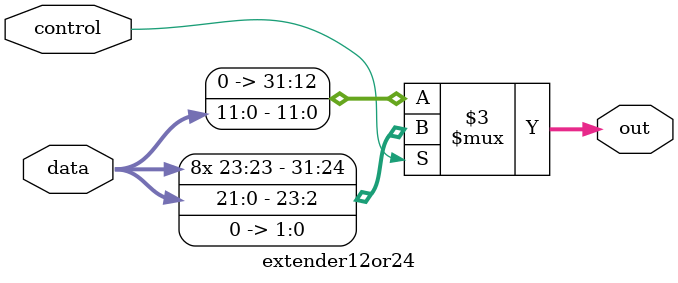
<source format=v>
module extender12or24
(
	input signed [23:0] data,
	input control,
	output reg signed [31:0] out
);
	reg signed shifted[23:0];



	always@(*) begin
		if(control) begin   //control=1, imm24 ASL2
			out <= { {8{data[23]}} ,data[21:0] , 2'b00 };
		end
		else begin          //control=0, imm12
			out <= { 20'b0000_0000_0000_0000_0000 ,data[11:0] };
		end
	end
endmodule

</source>
